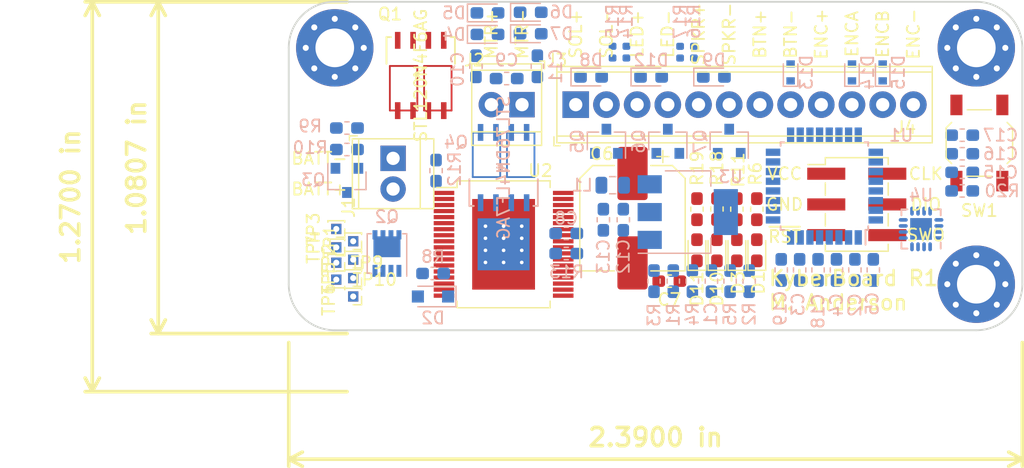
<source format=kicad_pcb>
(kicad_pcb (version 20171130) (host pcbnew 5.0.2+dfsg1-1)
  (layers (0 F.Cu signal hide) (1 In1.Cu power hide) (2 In2.Cu power hide) (31 B.Cu signal) (34 B.Paste user hide) (35 F.Paste user hide) (36 B.SilkS user) (37 F.SilkS user) (38 B.Mask user hide) (39 F.Mask user hide) (44 Edge.Cuts user))
  (net 0 "")
  (net 1 GND)
  (net 2 /micro/ADC_imtr)
  (net 3 +3V3)
  (net 4 /MOT+)
  (net 5 /MOT-)
  (net 6 +12C)
  (net 7 "Net-(D1-Pad2)")
  (net 8 /BATT+)
  (net 9 /SOL-)
  (net 10 /SPKR+)
  (net 11 /SPKR-)
  (net 12 "Net-(D10-Pad2)")
  (net 13 "Net-(D11-Pad2)")
  (net 14 /LED+)
  (net 15 /LED-)
  (net 16 /BTN)
  (net 17 /ENC_A)
  (net 18 /ENC_B)
  (net 19 /micro/SWCLK)
  (net 20 /micro/SWDIO)
  (net 21 +12V)
  (net 22 "Net-(Q1-Pad4)")
  (net 23 "Net-(Q3-Pad1)")
  (net 24 /actuators/SIG_SOL)
  (net 25 /actuators/SIG_LED)
  (net 26 /actuators/PWM_SPKR)
  (net 27 /hbridge/PWM_MTR)
  (net 28 /hbridge/INA)
  (net 29 /hbridge/INB)
  (net 30 /hbridge/imtr)
  (net 31 /micro/LED_HBEAT)
  (net 32 /acc/SDA)
  (net 33 /acc/SCL)
  (net 34 /micro/PWM_MTR_MCU)
  (net 35 /micro/INA_MCU)
  (net 36 /micro/INB_MCU)
  (net 37 "Net-(C8-Pad1)")
  (net 38 "Net-(C17-Pad2)")
  (net 39 "Net-(D2-Pad2)")
  (net 40 "Net-(D3-Pad2)")
  (net 41 "Net-(Q4-Pad2)")
  (net 42 "Net-(Q4-Pad4)")
  (net 43 "Net-(R12-Pad1)")
  (net 44 "Net-(R13-Pad1)")
  (net 45 "Net-(R20-Pad1)")
  (net 46 /hbridge/VCC)
  (net 47 "Net-(J4-Pad6)")
  (net 48 "Net-(U1-Pad2)")
  (net 49 "Net-(U1-Pad3)")
  (net 50 "Net-(U1-Pad6)")
  (net 51 "Net-(U1-Pad7)")
  (net 52 "Net-(U1-Pad8)")
  (net 53 "Net-(U1-Pad13)")
  (net 54 "Net-(U1-Pad14)")
  (net 55 "Net-(U1-Pad15)")
  (net 56 "Net-(U1-Pad20)")
  (net 57 "Net-(U1-Pad21)")
  (net 58 "Net-(U1-Pad22)")
  (net 59 "Net-(U1-Pad25)")
  (net 60 "Net-(U1-Pad26)")
  (net 61 "Net-(U4-Pad9)")
  (net 62 "Net-(U4-Pad11)")
  (net 63 "Net-(Q2-Pad4)")
  (module Package_DFN_QFN:QFN-16-1EP_3x3mm_P0.5mm_EP1.8x1.8mm (layer B.Cu) (at 168.656 82.042 90)
    (fp_text reference U4 (at 2.794 0 180) (layer B.SilkS) (effects (justify mirror)))
    (fp_text value MMA8452Q)
    (pad 1 smd oval (at -1.475 0.75 90) (size 0.75 0.3) (layers B.Cu B.Paste B.Mask) (net 3 +3V3))
    (pad 2 smd oval (at -1.475 0.25 90) (size 0.75 0.3) (layers B.Cu B.Paste B.Mask) (net 38 "Net-(C17-Pad2)"))
    (pad 3 smd oval (at -1.475 -0.25 90) (size 0.75 0.3) (layers B.Cu B.Paste B.Mask))
    (pad 4 smd oval (at -1.475 -0.75 90) (size 0.75 0.3) (layers B.Cu B.Paste B.Mask) (net 33 /acc/SCL))
    (pad 5 smd oval (at -0.75 -1.475) (size 0.75 0.3) (layers B.Cu B.Paste B.Mask) (net 1 GND))
    (pad 6 smd oval (at -0.25 -1.475) (size 0.75 0.3) (layers B.Cu B.Paste B.Mask) (net 32 /acc/SDA))
    (pad 7 smd oval (at 0.25 -1.475) (size 0.75 0.3) (layers B.Cu B.Paste B.Mask) (net 45 "Net-(R20-Pad1)"))
    (pad 8 smd oval (at 0.75 -1.475) (size 0.75 0.3) (layers B.Cu B.Paste B.Mask))
    (pad 9 smd oval (at 1.475 -0.75 90) (size 0.75 0.3) (layers B.Cu B.Paste B.Mask) (net 61 "Net-(U4-Pad9)"))
    (pad 10 smd oval (at 1.475 -0.25 90) (size 0.75 0.3) (layers B.Cu B.Paste B.Mask) (net 1 GND))
    (pad 11 smd oval (at 1.475 0.25 90) (size 0.75 0.3) (layers B.Cu B.Paste B.Mask) (net 62 "Net-(U4-Pad11)"))
    (pad 12 smd oval (at 1.475 0.75 90) (size 0.75 0.3) (layers B.Cu B.Paste B.Mask) (net 1 GND))
    (pad 13 smd oval (at 0.75 1.475) (size 0.75 0.3) (layers B.Cu B.Paste B.Mask))
    (pad 14 smd oval (at 0.25 1.475) (size 0.75 0.3) (layers B.Cu B.Paste B.Mask) (net 3 +3V3))
    (pad 15 smd oval (at -0.25 1.475) (size 0.75 0.3) (layers B.Cu B.Paste B.Mask))
    (pad 16 smd oval (at -0.75 1.475) (size 0.75 0.3) (layers B.Cu B.Paste B.Mask))
    (pad 17 smd rect (at 0 0 90) (size 1.8 1.8) (layers B.Cu B.Mask))
  )
  (module Resistor_SMD:R_0603_1608Metric_Pad1.05x0.95mm_HandSolder (layer B.Cu) (at 128.282 85.724999 180)
    (fp_text reference R8 (at 0.012 1.397 180) (layer B.SilkS) (effects (justify mirror)))
    (fp_text value 1k)
    (pad 1 smd roundrect (at -0.875 0 180) (size 1.05 0.95) (layers B.Cu B.Paste B.Mask) (net 46 /hbridge/VCC))
    (pad 2 smd roundrect (at 0.875 0 180) (size 1.05 0.95) (layers B.Cu B.Paste B.Mask) (net 63 "Net-(Q2-Pad4)"))
  )
  (module Capacitor_SMD:C_0603_1608Metric_Pad1.05x0.95mm_HandSolder (layer B.Cu) (at 151.3078 86.36 270)
    (fp_text reference C1 (at 2.7305 0.0508 90) (layer B.SilkS) (effects (justify mirror)))
    (fp_text value 33n)
    (pad 2 smd roundrect (at 0.875 0 270) (size 1.05 0.95) (layers B.Cu B.Paste B.Mask) (net 1 GND))
    (pad 1 smd roundrect (at -0.875 0 270) (size 1.05 0.95) (layers B.Cu B.Paste B.Mask) (net 2 /micro/ADC_imtr))
  )
  (module Capacitor_SMD:C_0603_1608Metric_Pad1.05x0.95mm_HandSolder (layer B.Cu) (at 163.180948 85.432774 90)
    (fp_text reference C2 (at -2.907 0 90) (layer B.SilkS) (effects (justify mirror)))
    (fp_text value 100n)
    (pad 1 smd roundrect (at -0.875 0 90) (size 1.05 0.95) (layers B.Cu B.Paste B.Mask) (net 3 +3V3))
    (pad 2 smd roundrect (at 0.875 0 90) (size 1.05 0.95) (layers B.Cu B.Paste B.Mask) (net 1 GND))
  )
  (module Capacitor_SMD:C_0603_1608Metric_Pad1.05x0.95mm_HandSolder (layer B.Cu) (at 158.608947 85.432774 90)
    (fp_text reference C3 (at -2.853058 -0.13552 -90) (layer B.SilkS) (effects (justify mirror)))
    (fp_text value 10u)
    (pad 1 smd roundrect (at -0.874999 0 90) (size 1.05 0.95) (layers B.Cu B.Paste B.Mask) (net 3 +3V3))
    (pad 2 smd roundrect (at 0.874999 0 90) (size 1.05 0.95) (layers B.Cu B.Paste B.Mask) (net 1 GND))
  )
  (module Capacitor_SMD:C_0603_1608Metric_Pad1.05x0.95mm_HandSolder (layer B.Cu) (at 161.656947 85.432774 90)
    (fp_text reference C4 (at -2.906999 -0.006541 -90) (layer B.SilkS) (effects (justify mirror)))
    (fp_text value 100n)
    (pad 1 smd roundrect (at -0.874999 0 90) (size 1.05 0.95) (layers B.Cu B.Paste B.Mask) (net 3 +3V3))
    (pad 2 smd roundrect (at 0.874999 0 90) (size 1.05 0.95) (layers B.Cu B.Paste B.Mask) (net 1 GND))
  )
  (module Capacitor_SMD:C_0603_1608Metric_Pad1.05x0.95mm_HandSolder (layer B.Cu) (at 164.704947 85.432774 90)
    (fp_text reference C5 (at -2.804121 -0.089803 90) (layer B.SilkS) (effects (justify mirror)))
    (fp_text value 100n)
    (pad 2 smd roundrect (at 0.874999 0 90) (size 1.05 0.95) (layers B.Cu B.Paste B.Mask) (net 1 GND))
    (pad 1 smd roundrect (at -0.874999 0 90) (size 1.05 0.95) (layers B.Cu B.Paste B.Mask) (net 3 +3V3))
  )
  (module Capacitor_SMD:C_0603_1608Metric_Pad1.05x0.95mm_HandSolder (layer F.Cu) (at 147.828 86.36 180)
    (fp_text reference C7 (at 0 -1.524 180) (layer F.SilkS))
    (fp_text value 100n)
    (pad 2 smd roundrect (at 0.875 0 180) (size 1.05 0.95) (layers F.Cu F.Paste F.Mask) (net 1 GND))
    (pad 1 smd roundrect (at -0.875 0 180) (size 1.05 0.95) (layers F.Cu F.Paste F.Mask) (net 46 /hbridge/VCC))
  )
  (module Capacitor_SMD:C_0603_1608Metric_Pad1.05x0.95mm_HandSolder (layer B.Cu) (at 139.2985 82.411 180)
    (fp_text reference C8 (at 0.0049 1.258 180) (layer B.SilkS) (effects (justify mirror)))
    (fp_text value 100n)
    (pad 1 smd roundrect (at -0.875 0 180) (size 1.05 0.95) (layers B.Cu B.Paste B.Mask) (net 37 "Net-(C8-Pad1)"))
    (pad 2 smd roundrect (at 0.875 0 180) (size 1.05 0.95) (layers B.Cu B.Paste B.Mask) (net 1 GND))
  )
  (module Capacitor_SMD:C_0603_1608Metric_Pad1.05x0.95mm_HandSolder (layer B.Cu) (at 134.366 69.596 180)
    (fp_text reference C9 (at 0 1.524 180) (layer B.SilkS) (effects (justify mirror)))
    (fp_text value 10n)
    (pad 1 smd roundrect (at -0.875 0 180) (size 1.05 0.95) (layers B.Cu B.Paste B.Mask) (net 5 /MOT-))
    (pad 2 smd roundrect (at 0.875 0 180) (size 1.05 0.95) (layers B.Cu B.Paste B.Mask) (net 4 /MOT+))
  )
  (module Capacitor_SMD:C_0603_1608Metric_Pad1.05x0.95mm_HandSolder (layer B.Cu) (at 136.906 68.58 90)
    (fp_text reference C11 (at 0 1.524 90) (layer B.SilkS) (effects (justify mirror)))
    (fp_text value 10n)
    (pad 2 smd roundrect (at 0.875 0 90) (size 1.05 0.95) (layers B.Cu B.Paste B.Mask) (net 1 GND))
    (pad 1 smd roundrect (at -0.875 0 90) (size 1.05 0.95) (layers B.Cu B.Paste B.Mask) (net 5 /MOT-))
  )
  (module Capacitor_SMD:C_0603_1608Metric_Pad1.05x0.95mm_HandSolder (layer B.Cu) (at 144.018 81.28 90)
    (fp_text reference C12 (at -3.048 0 90) (layer B.SilkS) (effects (justify mirror)))
    (fp_text value 10u)
    (pad 1 smd roundrect (at -0.875 0 90) (size 1.05 0.95) (layers B.Cu B.Paste B.Mask) (net 1 GND))
    (pad 2 smd roundrect (at 0.875 0 90) (size 1.05 0.95) (layers B.Cu B.Paste B.Mask) (net 6 +12C))
  )
  (module Capacitor_SMD:C_0603_1608Metric_Pad1.05x0.95mm_HandSolder (layer B.Cu) (at 142.367 81.28 270)
    (fp_text reference C13 (at 3.048 0 270) (layer B.SilkS) (effects (justify mirror)))
    (fp_text value 22u)
    (pad 2 smd roundrect (at 0.875 0 270) (size 1.05 0.95) (layers B.Cu B.Paste B.Mask) (net 1 GND))
    (pad 1 smd roundrect (at -0.875 0 270) (size 1.05 0.95) (layers B.Cu B.Paste B.Mask) (net 3 +3V3))
  )
  (module Capacitor_SMD:C_0603_1608Metric_Pad1.05x0.95mm_HandSolder (layer B.Cu) (at 172.062745 77.356352)
    (fp_text reference C15 (at 3.173 0) (layer B.SilkS) (effects (justify mirror)))
    (fp_text value 100n)
    (pad 2 smd roundrect (at 0.875 0) (size 1.05 0.95) (layers B.Cu B.Paste B.Mask) (net 3 +3V3))
    (pad 1 smd roundrect (at -0.875 0) (size 1.05 0.95) (layers B.Cu B.Paste B.Mask) (net 1 GND))
  )
  (module Capacitor_SMD:C_0603_1608Metric_Pad1.05x0.95mm_HandSolder (layer B.Cu) (at 172.062746 75.819)
    (fp_text reference C16 (at 3.175 0 -180) (layer B.SilkS) (effects (justify mirror)))
    (fp_text value 4u7)
    (pad 2 smd roundrect (at 0.874999 0) (size 1.05 0.95) (layers B.Cu B.Paste B.Mask) (net 3 +3V3))
    (pad 1 smd roundrect (at -0.874999 0) (size 1.05 0.95) (layers B.Cu B.Paste B.Mask) (net 1 GND))
  )
  (module Capacitor_SMD:C_0603_1608Metric_Pad1.05x0.95mm_HandSolder (layer B.Cu) (at 172.0596 74.2823)
    (fp_text reference C17 (at 3.173 0) (layer B.SilkS) (effects (justify mirror)))
    (fp_text value 100n)
    (pad 1 smd roundrect (at -0.875 0) (size 1.05 0.95) (layers B.Cu B.Paste B.Mask) (net 1 GND))
    (pad 2 smd roundrect (at 0.875 0) (size 1.05 0.95) (layers B.Cu B.Paste B.Mask) (net 38 "Net-(C17-Pad2)"))
  )
  (module Capacitor_SMD:C_0805_2012Metric (layer B.Cu) (at 143.144 78.4225 180)
    (fp_text reference L1 (at 2.54 0 180) (layer B.SilkS) (effects (justify mirror)))
    (fp_text value CIGT201210UHR47MNE)
    (pad 1 smd roundrect (at -0.9375 0 180) (size 0.975 1.4) (layers B.Cu B.Paste B.Mask) (net 6 +12C))
    (pad 2 smd roundrect (at 0.9375 0 180) (size 0.975 1.4) (layers B.Cu B.Paste B.Mask) (net 21 +12V))
  )
  (module Package_TO_SOT_SMD:SOT-23 (layer B.Cu) (at 121.148921 78.023699 270)
    (fp_text reference Q3 (at -0.045699 2.784921) (layer B.SilkS) (effects (justify mirror)))
    (fp_text value SSM3K337R)
    (pad 1 smd rect (at -1 0.95 270) (size 0.9 0.8) (layers B.Cu B.Paste B.Mask) (net 23 "Net-(Q3-Pad1)"))
    (pad 2 smd rect (at -1 -0.95 270) (size 0.9 0.8) (layers B.Cu B.Paste B.Mask) (net 1 GND))
    (pad 3 smd rect (at 1 0 270) (size 0.9 0.8) (layers B.Cu B.Paste B.Mask) (net 63 "Net-(Q2-Pad4)"))
  )
  (module Package_TO_SOT_SMD:SOT-23 (layer B.Cu) (at 142.621 74.787 90)
    (fp_text reference Q5 (at -0.016 -2.413 90) (layer B.SilkS) (effects (justify mirror)))
    (fp_text value SSM3K337R)
    (pad 1 smd rect (at -1 0.95 90) (size 0.9 0.8) (layers B.Cu B.Paste B.Mask) (net 24 /actuators/SIG_SOL))
    (pad 2 smd rect (at -1 -0.95 90) (size 0.9 0.8) (layers B.Cu B.Paste B.Mask) (net 1 GND))
    (pad 3 smd rect (at 1 0 90) (size 0.9 0.8) (layers B.Cu B.Paste B.Mask) (net 9 /SOL-))
  )
  (module Package_TO_SOT_SMD:SOT-23 (layer B.Cu) (at 147.701 74.787 90)
    (fp_text reference Q6 (at -0.016 -2.413 90) (layer B.SilkS) (effects (justify mirror)))
    (fp_text value SSM3K337R)
    (pad 3 smd rect (at 1 0 90) (size 0.9 0.8) (layers B.Cu B.Paste B.Mask) (net 15 /LED-))
    (pad 2 smd rect (at -1 -0.95 90) (size 0.9 0.8) (layers B.Cu B.Paste B.Mask) (net 1 GND))
    (pad 1 smd rect (at -1 0.95 90) (size 0.9 0.8) (layers B.Cu B.Paste B.Mask) (net 25 /actuators/SIG_LED))
  )
  (module Package_TO_SOT_SMD:SOT-23 (layer B.Cu) (at 152.781 74.787 90)
    (fp_text reference Q7 (at -0.016 -2.413 270) (layer B.SilkS) (effects (justify mirror)))
    (fp_text value SSM3K337R)
    (pad 3 smd rect (at 1 0 90) (size 0.9 0.8) (layers B.Cu B.Paste B.Mask) (net 11 /SPKR-))
    (pad 2 smd rect (at -1 -0.95 90) (size 0.9 0.8) (layers B.Cu B.Paste B.Mask) (net 1 GND))
    (pad 1 smd rect (at -1 0.95 90) (size 0.9 0.8) (layers B.Cu B.Paste B.Mask) (net 26 /actuators/PWM_SPKR))
  )
  (module Resistor_SMD:R_0603_1608Metric_Pad1.05x0.95mm_HandSolder (layer B.Cu) (at 148.154344 86.36 270)
    (fp_text reference R1 (at 2.794 0 270) (layer B.SilkS) (effects (justify mirror)))
    (fp_text value 1k)
    (pad 2 smd roundrect (at 0.875 0 270) (size 1.05 0.95) (layers B.Cu B.Paste B.Mask) (net 27 /hbridge/PWM_MTR))
    (pad 1 smd roundrect (at -0.875 0 270) (size 1.05 0.95) (layers B.Cu B.Paste B.Mask) (net 34 /micro/PWM_MTR_MCU))
  )
  (module Resistor_SMD:R_0603_1608Metric_Pad1.05x0.95mm_HandSolder (layer B.Cu) (at 154.432 86.36 270)
    (fp_text reference R2 (at 2.7305 0 270) (layer B.SilkS) (effects (justify mirror)))
    (fp_text value 1k)
    (pad 1 smd roundrect (at -0.875 0 270) (size 1.05 0.95) (layers B.Cu B.Paste B.Mask) (net 35 /micro/INA_MCU))
    (pad 2 smd roundrect (at 0.875 0 270) (size 1.05 0.95) (layers B.Cu B.Paste B.Mask) (net 28 /hbridge/INA))
  )
  (module Resistor_SMD:R_0603_1608Metric_Pad1.05x0.95mm_HandSolder (layer B.Cu) (at 146.558 86.36 270)
    (fp_text reference R3 (at 2.794 0 270) (layer B.SilkS) (effects (justify mirror)))
    (fp_text value 1k)
    (pad 1 smd roundrect (at -0.875 0 270) (size 1.05 0.95) (layers B.Cu B.Paste B.Mask) (net 36 /micro/INB_MCU))
    (pad 2 smd roundrect (at 0.875 0 270) (size 1.05 0.95) (layers B.Cu B.Paste B.Mask) (net 29 /hbridge/INB))
  )
  (module Resistor_SMD:R_0603_1608Metric_Pad1.05x0.95mm_HandSolder (layer B.Cu) (at 149.733 86.36 270)
    (fp_text reference R4 (at 2.7305 0 270) (layer B.SilkS) (effects (justify mirror)))
    (fp_text value 10k)
    (pad 2 smd roundrect (at 0.875 0 270) (size 1.05 0.95) (layers B.Cu B.Paste B.Mask) (net 30 /hbridge/imtr))
    (pad 1 smd roundrect (at -0.875 0 270) (size 1.05 0.95) (layers B.Cu B.Paste B.Mask) (net 2 /micro/ADC_imtr))
  )
  (module Resistor_SMD:R_0603_1608Metric_Pad1.05x0.95mm_HandSolder (layer B.Cu) (at 152.853344 86.36 90)
    (fp_text reference R5 (at -2.7305 -0.008844 90) (layer B.SilkS) (effects (justify mirror)))
    (fp_text value 1k5)
    (pad 1 smd roundrect (at -0.875 0 90) (size 1.05 0.95) (layers B.Cu B.Paste B.Mask) (net 30 /hbridge/imtr))
    (pad 2 smd roundrect (at 0.875 0 90) (size 1.05 0.95) (layers B.Cu B.Paste B.Mask) (net 1 GND))
  )
  (module Resistor_SMD:R_0603_1608Metric_Pad1.05x0.95mm_HandSolder (layer B.Cu) (at 121.148921 75.467554 180)
    (fp_text reference R10 (at 3.038921 0.156554 180) (layer B.SilkS) (effects (justify mirror)))
    (fp_text value 1k)
    (pad 1 smd roundrect (at -0.875 0 180) (size 1.05 0.95) (layers B.Cu B.Paste B.Mask) (net 1 GND))
    (pad 2 smd roundrect (at 0.875 0 180) (size 1.05 0.95) (layers B.Cu B.Paste B.Mask) (net 23 "Net-(Q3-Pad1)"))
  )
  (module Resistor_SMD:R_0603_1608Metric_Pad1.05x0.95mm_HandSolder (layer F.Cu) (at 153.416 80.405 270)
    (fp_text reference R11 (at -3.2512 -0.1016 270) (layer F.SilkS))
    (fp_text value 1K)
    (pad 1 smd roundrect (at -0.875 0 270) (size 1.05 0.95) (layers F.Cu F.Paste F.Mask) (net 63 "Net-(Q2-Pad4)"))
    (pad 2 smd roundrect (at 0.875 0 270) (size 1.05 0.95) (layers F.Cu F.Paste F.Mask) (net 40 "Net-(D3-Pad2)"))
  )
  (module Resistor_SMD:R_0603_1608Metric_Pad1.05x0.95mm_HandSolder (layer B.Cu) (at 128.524 77.216 90)
    (fp_text reference R12 (at 0.127 1.524 90) (layer B.SilkS) (effects (justify mirror)))
    (fp_text value 10k)
    (pad 2 smd roundrect (at 0.875 0 90) (size 1.05 0.95) (layers B.Cu B.Paste B.Mask) (net 1 GND))
    (pad 1 smd roundrect (at -0.875 0 90) (size 1.05 0.95) (layers B.Cu B.Paste B.Mask) (net 43 "Net-(R12-Pad1)"))
  )
  (module Resistor_SMD:R_0603_1608Metric_Pad1.05x0.95mm_HandSolder (layer B.Cu) (at 139.2985 84.074 180)
    (fp_text reference R13 (at -0.0205 -1.524) (layer B.SilkS) (effects (justify mirror)))
    (fp_text value 10k)
    (pad 2 smd roundrect (at 0.875 0 180) (size 1.05 0.95) (layers B.Cu B.Paste B.Mask) (net 1 GND))
    (pad 1 smd roundrect (at -0.875 0 180) (size 1.05 0.95) (layers B.Cu B.Paste B.Mask) (net 44 "Net-(R13-Pad1)"))
  )
  (module Package_SO:ST_PowerSSO-36_SlugDown_ThermalVias (layer F.Cu) (at 134.112 83.312)
    (fp_text reference U2 (at 3.048 -6.096) (layer F.SilkS))
    (fp_text value VNHD7008AY)
    (pad 37 smd rect (at 0 0) (size 4.3 4.3) (layers B.Cu) (net 46 /hbridge/VCC))
    (pad 37 thru_hole circle (at 1.5 1.5) (size 0.6 0.6) (drill 0.3) (layers *.Cu) (net 46 /hbridge/VCC))
    (pad 37 thru_hole circle (at 0 1.5) (size 0.6 0.6) (drill 0.3) (layers *.Cu) (net 46 /hbridge/VCC))
    (pad 37 thru_hole circle (at -1.5 1.5) (size 0.6 0.6) (drill 0.3) (layers *.Cu) (net 46 /hbridge/VCC))
    (pad 37 thru_hole circle (at 1.5 0.5) (size 0.6 0.6) (drill 0.3) (layers *.Cu) (net 46 /hbridge/VCC))
    (pad 37 thru_hole circle (at 0 0.5) (size 0.6 0.6) (drill 0.3) (layers *.Cu) (net 46 /hbridge/VCC))
    (pad 37 thru_hole circle (at -1.5 0.5) (size 0.6 0.6) (drill 0.3) (layers *.Cu) (net 46 /hbridge/VCC))
    (pad 37 thru_hole circle (at 1.5 -0.5) (size 0.6 0.6) (drill 0.3) (layers *.Cu) (net 46 /hbridge/VCC))
    (pad 37 thru_hole circle (at 0 -0.5) (size 0.6 0.6) (drill 0.3) (layers *.Cu) (net 46 /hbridge/VCC))
    (pad 37 thru_hole circle (at -1.5 -0.5) (size 0.6 0.6) (drill 0.3) (layers *.Cu) (net 46 /hbridge/VCC))
    (pad 37 thru_hole circle (at 1.5 -1.5) (size 0.6 0.6) (drill 0.3) (layers *.Cu) (net 46 /hbridge/VCC))
    (pad 37 thru_hole circle (at 0 -1.5) (size 0.6 0.6) (drill 0.3) (layers *.Cu) (net 46 /hbridge/VCC))
    (pad 37 thru_hole circle (at -1.5 -1.5) (size 0.6 0.6) (drill 0.3) (layers *.Cu) (net 46 /hbridge/VCC))
    (pad 37 smd rect (at 0 0) (size 5.2 7.5) (layers F.Cu F.Paste F.Mask) (net 46 /hbridge/VCC))
    (pad 36 smd rect (at 4.9325 -4.25) (size 1.7 0.35) (layers F.Cu F.Paste F.Mask) (net 5 /MOT-))
    (pad 35 smd rect (at 4.9325 -3.75) (size 1.7 0.35) (layers F.Cu F.Paste F.Mask) (net 5 /MOT-))
    (pad 34 smd rect (at 4.9325 -3.25) (size 1.7 0.35) (layers F.Cu F.Paste F.Mask) (net 5 /MOT-))
    (pad 33 smd rect (at 4.9325 -2.75) (size 1.7 0.35) (layers F.Cu F.Paste F.Mask) (net 5 /MOT-))
    (pad 32 smd rect (at 4.9325 -2.25) (size 1.7 0.35) (layers F.Cu F.Paste F.Mask) (net 5 /MOT-))
    (pad 31 smd rect (at 4.9325 -1.75) (size 1.7 0.35) (layers F.Cu F.Paste F.Mask) (net 5 /MOT-))
    (pad 30 smd rect (at 4.9325 -1.25) (size 1.7 0.35) (layers F.Cu F.Paste F.Mask) (net 5 /MOT-))
    (pad 29 smd rect (at 4.9325 -0.75) (size 1.7 0.35) (layers F.Cu F.Paste F.Mask) (net 5 /MOT-))
    (pad 28 smd rect (at 4.9325 -0.25) (size 1.7 0.35) (layers F.Cu F.Paste F.Mask) (net 5 /MOT-))
    (pad 27 smd rect (at 4.9325 0.25) (size 1.7 0.35) (layers F.Cu F.Paste F.Mask) (net 5 /MOT-))
    (pad 26 smd rect (at 4.9325 0.75) (size 1.7 0.35) (layers F.Cu F.Paste F.Mask) (net 1 GND))
    (pad 25 smd rect (at 4.9325 1.25) (size 1.7 0.35) (layers F.Cu F.Paste F.Mask) (net 37 "Net-(C8-Pad1)"))
    (pad 24 smd rect (at 4.9325 1.75) (size 1.7 0.35) (layers F.Cu F.Paste F.Mask) (net 42 "Net-(Q4-Pad4)"))
    (pad 23 smd rect (at 4.9325 2.25) (size 1.7 0.35) (layers F.Cu F.Paste F.Mask) (net 1 GND))
    (pad 22 smd rect (at 4.9325 2.75) (size 1.7 0.35) (layers F.Cu F.Paste F.Mask) (net 44 "Net-(R13-Pad1)"))
    (pad 21 smd rect (at 4.9325 3.25) (size 1.7 0.35) (layers F.Cu F.Paste F.Mask) (net 29 /hbridge/INB))
    (pad 20 smd rect (at 4.9325 3.75) (size 1.7 0.35) (layers F.Cu F.Paste F.Mask) (net 27 /hbridge/PWM_MTR))
    (pad 19 smd rect (at 4.9325 4.25) (size 1.7 0.35) (layers F.Cu F.Paste F.Mask) (net 30 /hbridge/imtr))
    (pad 18 smd rect (at -4.9325 4.25) (size 1.7 0.35) (layers F.Cu F.Paste F.Mask) (net 8 /BATT+))
    (pad 17 smd rect (at -4.9325 3.75) (size 1.7 0.35) (layers F.Cu F.Paste F.Mask) (net 22 "Net-(Q1-Pad4)"))
    (pad 16 smd rect (at -4.9325 3.25) (size 1.7 0.35) (layers F.Cu F.Paste F.Mask) (net 28 /hbridge/INA))
    (pad 15 smd rect (at -4.9325 2.75) (size 1.7 0.35) (layers F.Cu F.Paste F.Mask) (net 43 "Net-(R12-Pad1)"))
    (pad 14 smd rect (at -4.9325 2.25) (size 1.7 0.35) (layers F.Cu F.Paste F.Mask) (net 1 GND))
    (pad 13 smd rect (at -4.9325 1.75) (size 1.7 0.35) (layers F.Cu F.Paste F.Mask) (net 41 "Net-(Q4-Pad2)"))
    (pad 12 smd rect (at -4.9325 1.25) (size 1.7 0.35) (layers F.Cu F.Paste F.Mask) (net 3 +3V3))
    (pad 11 smd rect (at -4.9325 0.75) (size 1.7 0.35) (layers F.Cu F.Paste F.Mask) (net 28 /hbridge/INA))
    (pad 10 smd rect (at -4.9325 0.25) (size 1.7 0.35) (layers F.Cu F.Paste F.Mask) (net 4 /MOT+))
    (pad 9 smd rect (at -4.9325 -0.25) (size 1.7 0.35) (layers F.Cu F.Paste F.Mask) (net 4 /MOT+))
    (pad 8 smd rect (at -4.9325 -0.75) (size 1.7 0.35) (layers F.Cu F.Paste F.Mask) (net 4 /MOT+))
    (pad 7 smd rect (at -4.9325 -1.25) (size 1.7 0.35) (layers F.Cu F.Paste F.Mask) (net 4 /MOT+))
    (pad 6 smd rect (at -4.9325 -1.75) (size 1.7 0.35) (layers F.Cu F.Paste F.Mask) (net 4 /MOT+))
    (pad 5 smd rect (at -4.9325 -2.25) (size 1.7 0.35) (layers F.Cu F.Paste F.Mask) (net 4 /MOT+))
    (pad 4 smd rect (at -4.9325 -2.75) (size 1.7 0.35) (layers F.Cu F.Paste F.Mask) (net 4 /MOT+))
    (pad 3 smd rect (at -4.9325 -3.25) (size 1.7 0.35) (layers F.Cu F.Paste F.Mask) (net 4 /MOT+))
    (pad 2 smd rect (at -4.9325 -3.75) (size 1.7 0.35) (layers F.Cu F.Paste F.Mask) (net 4 /MOT+))
    (pad 1 smd rect (at -4.9325 -4.25) (size 1.7 0.35) (layers F.Cu F.Paste F.Mask) (net 4 /MOT+))
  )
  (module Package_TO_SOT_SMD:SOT-223-3_TabPin2 (layer B.Cu) (at 149.352 80.645)
    (fp_text reference U3 (at 3.556 -2.921) (layer B.SilkS) (effects (justify mirror)))
    (fp_text value AZ1117IH-3.3TRG1)
    (pad 2 smd rect (at 3.15 0) (size 2 3.8) (layers B.Cu B.Paste B.Mask) (net 3 +3V3))
    (pad 2 smd rect (at -3.15 0) (size 2 1.5) (layers B.Cu B.Paste B.Mask) (net 3 +3V3))
    (pad 3 smd rect (at -3.15 -2.3) (size 2 1.5) (layers B.Cu B.Paste B.Mask) (net 6 +12C))
    (pad 1 smd rect (at -3.15 2.3) (size 2 1.5) (layers B.Cu B.Paste B.Mask) (net 1 GND))
  )
  (module Resistor_SMD:R_0603_1608Metric_Pad1.05x0.95mm_HandSolder (layer F.Cu) (at 155.067 80.405 90)
    (fp_text reference R6 (at 2.935 -0.127 270) (layer F.SilkS))
    (fp_text value 1k)
    (pad 1 smd roundrect (at -0.875 0 90) (size 1.05 0.95) (layers F.Cu F.Paste F.Mask) (net 7 "Net-(D1-Pad2)"))
    (pad 2 smd roundrect (at 0.875 0 90) (size 1.05 0.95) (layers F.Cu F.Paste F.Mask) (net 31 /micro/LED_HBEAT))
  )
  (module Capacitor_SMD:C_0603_1608Metric_Pad1.05x0.95mm_HandSolder (layer B.Cu) (at 131.826 68.58 90)
    (fp_text reference C10 (at -0.254 -1.524 90) (layer B.SilkS) (effects (justify mirror)))
    (fp_text value 10n)
    (pad 1 smd roundrect (at -0.875 0 90) (size 1.05 0.95) (layers B.Cu B.Paste B.Mask) (net 4 /MOT+))
    (pad 2 smd roundrect (at 0.875 0 90) (size 1.05 0.95) (layers B.Cu B.Paste B.Mask) (net 1 GND))
  )
  (module Diode_SMD:D_SOD-323_HandSoldering (layer B.Cu) (at 128.27 87.63 180)
    (fp_text reference D2 (at 0 -1.778 180) (layer B.SilkS) (effects (justify mirror)))
    (fp_text value BZT52C8V2S-7-F)
    (pad 1 smd rect (at -1.25 0 180) (size 1 1) (layers B.Cu B.Paste B.Mask) (net 46 /hbridge/VCC))
    (pad 2 smd rect (at 1.25 0 180) (size 1 1) (layers B.Cu B.Paste B.Mask) (net 39 "Net-(D2-Pad2)"))
  )
  (module STL120N4F6AG:STL120N4F6AG (layer F.Cu) (at 127.254 69.342 270)
    (fp_text reference Q1 (at -5.08 2.54) (layer F.SilkS))
    (fp_text value STL120N4F6AG (at 0 0 270) (layer F.SilkS))
    (fp_text user * (at 0 0 270) (layer F.SilkS))
    (fp_line (start 2.8956 -2.5527) (end -0.7874 -2.5527) (layer F.Cu) (width 0.1524))
    (fp_line (start -0.7874 -2.5527) (end -0.7874 -0.2794) (layer F.Cu) (width 0.1524))
    (fp_line (start -0.7874 -0.2794) (end 2.8956 -0.2794) (layer F.Cu) (width 0.1524))
    (fp_line (start 2.8956 -0.2794) (end 2.8956 -2.5527) (layer F.Cu) (width 0.1524))
    (fp_line (start 2.8956 2.5527) (end -0.7874 2.5527) (layer F.Cu) (width 0.1524))
    (fp_line (start -0.7874 2.5527) (end -0.7874 0.2794) (layer F.Cu) (width 0.1524))
    (fp_line (start -0.7874 0.2794) (end 2.8956 0.2794) (layer F.Cu) (width 0.1524))
    (fp_line (start 2.8956 0.2794) (end 2.8956 2.5527) (layer F.Cu) (width 0.1524))
    (pad 1 smd rect (at -2.9083 -1.905 270) (size 1.397 0.4572) (layers F.Cu F.Paste F.Mask) (net 46 /hbridge/VCC))
    (pad 2 smd rect (at -2.9083 -0.635 270) (size 1.397 0.4572) (layers F.Cu F.Paste F.Mask) (net 46 /hbridge/VCC))
    (pad 3 smd rect (at -2.9083 0.635 270) (size 1.397 0.4572) (layers F.Cu F.Paste F.Mask) (net 46 /hbridge/VCC))
    (pad 4 smd rect (at -2.9083 1.905 270) (size 1.397 0.4572) (layers F.Cu F.Paste F.Mask) (net 22 "Net-(Q1-Pad4)"))
    (pad 5 smd rect (at 2.9083 1.905 270) (size 1.397 0.4572) (layers F.Cu F.Paste F.Mask) (net 8 /BATT+))
    (pad 6 smd rect (at 2.9083 0.635 270) (size 1.397 0.4572) (layers F.Cu F.Paste F.Mask) (net 8 /BATT+))
    (pad 7 smd rect (at 2.9083 -0.635 270) (size 1.397 0.4572) (layers F.Cu F.Paste F.Mask) (net 8 /BATT+))
    (pad 8 smd rect (at 2.9083 -1.905 270) (size 1.397 0.4572) (layers F.Cu F.Paste F.Mask) (net 8 /BATT+))
  )
  (module Package_SO:Vishay_PowerPAK_1212-8_Single (layer B.Cu) (at 124.46 84.074 90)
    (fp_text reference Q2 (at 3.048 0) (layer B.SilkS) (effects (justify mirror)))
    (fp_text value SIS413DN-T1-GE3)
    (pad 1 smd rect (at -1.435 0.99 90) (size 0.99 0.405) (layers B.Cu B.Paste B.Mask) (net 46 /hbridge/VCC))
    (pad 2 smd rect (at -1.435 0.33 90) (size 0.99 0.405) (layers B.Cu B.Paste B.Mask) (net 46 /hbridge/VCC))
    (pad 3 smd rect (at -1.435 -0.33 90) (size 0.99 0.405) (layers B.Cu B.Paste B.Mask) (net 46 /hbridge/VCC))
    (pad 4 smd rect (at -1.435 -0.99 90) (size 0.99 0.405) (layers B.Cu B.Paste B.Mask) (net 63 "Net-(Q2-Pad4)"))
    (pad 5 smd custom (at 0.5575 0 90) (size 1.725 2.235) (layers B.Cu B.Paste B.Mask) (net 21 +12V) (options (clearance outline) (anchor rect)) (primitives (gr_poly (pts (xy 0.8625 -0.1275) (xy 0.8625 0.1275) (xy 1.3725 0.1275) (xy 1.3725 0.5325) (xy 0.8625 0.5325) (xy 0.8625 0.7875) (xy 1.3725 0.7875) (xy 1.3725 1.195) (xy 0.6125 1.195) (xy 0.6125 -1.195) (xy 1.3725 -1.195) (xy 1.3725 -0.7875) (xy 0.8625 -0.7875) (xy 0.8625 -0.5325) (xy 1.3725 -0.5325) (xy 1.3725 -0.1275)) (width 0))))
  )
  (module STL76DN4LF7AG:STL76DN4LF7AG (layer B.Cu) (at 134.112 76.962 90)
    (fp_text reference Q4 (at 2.0955 -3.937) (layer B.SilkS) (effects (justify mirror)))
    (fp_text value STL76DN4LF7AG (at 0 0 90) (layer B.SilkS) (effects (justify mirror)))
    (fp_line (start 2.8956 -0.2794) (end 2.8956 -2.5527) (layer B.Cu) (width 0.1524))
    (fp_line (start -0.7874 -0.2794) (end 2.8956 -0.2794) (layer B.Cu) (width 0.1524))
    (fp_line (start -0.7874 -2.5527) (end -0.7874 -0.2794) (layer B.Cu) (width 0.1524))
    (fp_line (start 2.8956 -2.5527) (end -0.7874 -2.5527) (layer B.Cu) (width 0.1524))
    (fp_line (start 2.8956 0.2794) (end 2.8956 2.5527) (layer B.Cu) (width 0.1524))
    (fp_line (start -0.7874 0.2794) (end 2.8956 0.2794) (layer B.Cu) (width 0.1524))
    (fp_line (start -0.7874 2.5527) (end -0.7874 0.2794) (layer B.Cu) (width 0.1524))
    (fp_line (start 2.8956 2.5527) (end -0.7874 2.5527) (layer B.Cu) (width 0.1524))
    (fp_text user * (at 0 0 90) (layer B.SilkS) (effects (justify mirror)))
    (pad 8 smd rect (at 2.9083 1.905 90) (size 1.397 0.4572) (layers B.Cu B.Paste B.Mask) (net 4 /MOT+))
    (pad 7 smd rect (at 2.9083 0.635 90) (size 1.397 0.4572) (layers B.Cu B.Paste B.Mask) (net 4 /MOT+))
    (pad 6 smd rect (at 2.9083 -0.635 90) (size 1.397 0.4572) (layers B.Cu B.Paste B.Mask) (net 5 /MOT-))
    (pad 5 smd rect (at 2.9083 -1.905 90) (size 1.397 0.4572) (layers B.Cu B.Paste B.Mask) (net 5 /MOT-))
    (pad 4 smd rect (at -2.9083 -1.905 90) (size 1.397 0.4572) (layers B.Cu B.Paste B.Mask) (net 42 "Net-(Q4-Pad4)"))
    (pad 3 smd rect (at -2.9083 -0.635 90) (size 1.397 0.4572) (layers B.Cu B.Paste B.Mask) (net 1 GND))
    (pad 2 smd rect (at -2.9083 0.635 90) (size 1.397 0.4572) (layers B.Cu B.Paste B.Mask) (net 41 "Net-(Q4-Pad2)"))
    (pad 1 smd rect (at -2.9083 1.905 90) (size 1.397 0.4572) (layers B.Cu B.Paste B.Mask) (net 1 GND))
  )
  (module Resistor_SMD:R_0402_1005Metric (layer B.Cu) (at 149.859999 67.414 90)
    (fp_text reference R16 (at 2.54 0 90) (layer B.SilkS) (effects (justify mirror)))
    (fp_text value 0)
    (pad 2 smd roundrect (at 0.485 0 90) (size 0.59 0.64) (layers B.Cu B.Paste B.Mask) (net 21 +12V))
    (pad 1 smd roundrect (at -0.485 0 90) (size 0.59 0.64) (layers B.Cu B.Paste B.Mask) (net 10 /SPKR+))
  )
  (module Resistor_SMD:R_0402_1005Metric (layer B.Cu) (at 148.717 67.414 270)
    (fp_text reference R17 (at -2.54 0 270) (layer B.SilkS) (effects (justify mirror)))
    (fp_text value 0)
    (pad 1 smd roundrect (at -0.485 0 270) (size 0.59 0.64) (layers B.Cu B.Paste B.Mask) (net 3 +3V3))
    (pad 2 smd roundrect (at 0.485 0 270) (size 0.59 0.64) (layers B.Cu B.Paste B.Mask) (net 10 /SPKR+))
  )
  (module Resistor_SMD:R_0603_1608Metric_Pad1.05x0.95mm_HandSolder (layer F.Cu) (at 151.765 80.391 270)
    (fp_text reference R18 (at -3.3782 0 270) (layer F.SilkS))
    (fp_text value 10k)
    (pad 1 smd roundrect (at -0.875 0 270) (size 1.05 0.95) (layers F.Cu F.Paste F.Mask) (net 21 +12V))
    (pad 2 smd roundrect (at 0.875 0 270) (size 1.05 0.95) (layers F.Cu F.Paste F.Mask) (net 12 "Net-(D10-Pad2)"))
  )
  (module Resistor_SMD:R_0603_1608Metric_Pad1.05x0.95mm_HandSolder (layer F.Cu) (at 150.114 80.405 270)
    (fp_text reference R19 (at -3.3782 0 270) (layer F.SilkS))
    (fp_text value 1k)
    (pad 2 smd roundrect (at 0.875 0 270) (size 1.05 0.95) (layers F.Cu F.Paste F.Mask) (net 13 "Net-(D11-Pad2)"))
    (pad 1 smd roundrect (at -0.875 0 270) (size 1.05 0.95) (layers F.Cu F.Paste F.Mask) (net 3 +3V3))
  )
  (module Resistor_SMD:R_0603_1608Metric_Pad1.05x0.95mm_HandSolder (layer B.Cu) (at 172.0596 78.8924 180)
    (fp_text reference R20 (at -3.302 0 180) (layer B.SilkS) (effects (justify mirror)))
    (fp_text value 1k)
    (pad 1 smd roundrect (at -0.874999 0 180) (size 1.05 0.95) (layers B.Cu B.Paste B.Mask) (net 45 "Net-(R20-Pad1)"))
    (pad 2 smd roundrect (at 0.874999 0 180) (size 1.05 0.95) (layers B.Cu B.Paste B.Mask) (net 1 GND))
  )
  (module Resistor_SMD:R_0603_1608Metric_Pad1.05x0.95mm_HandSolder (layer B.Cu) (at 121.14892 73.689554 180)
    (fp_text reference R9 (at 3.03892 0.156554 180) (layer B.SilkS) (effects (justify mirror)))
    (fp_text value 0)
    (pad 1 smd roundrect (at -0.875 0 180) (size 1.05 0.95) (layers B.Cu B.Paste B.Mask) (net 23 "Net-(Q3-Pad1)"))
    (pad 2 smd roundrect (at 0.875 0 180) (size 1.05 0.95) (layers B.Cu B.Paste B.Mask) (net 39 "Net-(D2-Pad2)"))
  )
  (module Connector_PinHeader_1.00mm:PinHeader_1x01_P1.00mm_Vertical (layer F.Cu) (at 121.666 83.058 180)
    (fp_text reference TP1 (at 1.905 0 -90) (layer F.SilkS))
    (fp_text value TestPoint)
    (pad 1 thru_hole rect (at 0 0 180) (size 0.85 0.85) (drill 0.5) (layers *.Cu *.Mask) (net 34 /micro/PWM_MTR_MCU))
  )
  (module Connector_PinHeader_1.00mm:PinHeader_1x01_P1.00mm_Vertical (layer F.Cu) (at 121.666 84.582001 180)
    (fp_text reference TP2 (at 2.032 0 -90) (layer F.SilkS))
    (fp_text value TestPoint)
    (pad 1 thru_hole rect (at 0 0 180) (size 0.85 0.85) (drill 0.5) (layers *.Cu *.Mask) (net 32 /acc/SDA))
  )
  (module Connector_PinHeader_1.00mm:PinHeader_1x01_P1.00mm_Vertical (layer F.Cu) (at 120.269 82.042 180)
    (fp_text reference TP3 (at 1.905 0 -90) (layer F.SilkS))
    (fp_text value TestPoint)
    (pad 1 thru_hole rect (at 0 0 180) (size 0.85 0.85) (drill 0.5) (layers *.Cu *.Mask) (net 35 /micro/INA_MCU))
  )
  (module Connector_PinHeader_1.00mm:PinHeader_1x01_P1.00mm_Vertical (layer F.Cu) (at 120.268999 83.566 180)
    (fp_text reference TP4 (at 1.905 0 -90) (layer F.SilkS))
    (fp_text value TestPoint)
    (pad 1 thru_hole rect (at 0 0 180) (size 0.85 0.85) (drill 0.5) (layers *.Cu *.Mask) (net 36 /micro/INB_MCU))
  )
  (module Connector_PinHeader_1.00mm:PinHeader_1x01_P1.00mm_Vertical (layer F.Cu) (at 121.666 86.106 180)
    (fp_text reference TP5 (at 2.032 0 -90) (layer F.SilkS))
    (fp_text value TestPoint)
    (pad 1 thru_hole rect (at 0 0 180) (size 0.85 0.85) (drill 0.5) (layers *.Cu *.Mask) (net 33 /acc/SCL))
  )
  (module Connector_PinHeader_1.00mm:PinHeader_1x01_P1.00mm_Vertical (layer F.Cu) (at 121.666 87.63 180)
    (fp_text reference TP6 (at 2.032 -0.254 -90) (layer F.SilkS))
    (fp_text value TestPoint)
    (pad 1 thru_hole rect (at 0 0 180) (size 0.85 0.85) (drill 0.5) (layers *.Cu *.Mask) (net 26 /actuators/PWM_SPKR))
  )
  (module Connector_PinHeader_1.00mm:PinHeader_1x01_P1.00mm_Vertical (layer F.Cu) (at 120.269 84.836 180)
    (fp_text reference TP9 (at -2.54 0 180) (layer F.SilkS))
    (fp_text value TestPoint)
    (pad 1 thru_hole rect (at 0 0 180) (size 0.85 0.85) (drill 0.5) (layers *.Cu *.Mask) (net 42 "Net-(Q4-Pad4)"))
  )
  (module Connector_PinHeader_1.00mm:PinHeader_1x01_P1.00mm_Vertical (layer F.Cu) (at 120.269 86.233)
    (fp_text reference TP10 (at 3.175 0) (layer F.SilkS))
    (fp_text value TestPoint)
    (pad 1 thru_hole rect (at 0 0) (size 0.85 0.85) (drill 0.5) (layers *.Cu *.Mask) (net 41 "Net-(Q4-Pad2)"))
  )
  (module Diode_SMD:D_0603_1608Metric_Pad1.05x0.95mm_HandSolder (layer B.Cu) (at 132.779752 65.94304)
    (fp_text reference D4 (at -2.778853 0) (layer B.SilkS) (effects (justify mirror)))
    (fp_text value SDM2U30CSP-7)
    (pad 2 smd roundrect (at 0.875 0) (size 1.05 0.95) (layers B.Cu B.Paste B.Mask) (net 4 /MOT+))
    (pad 1 smd roundrect (at -0.875 0) (size 1.05 0.95) (layers B.Cu B.Paste B.Mask) (net 8 /BATT+))
  )
  (module Diode_SMD:D_0603_1608Metric_Pad1.05x0.95mm_HandSolder (layer B.Cu) (at 132.779751 64.16504)
    (fp_text reference D5 (at -2.778852 0) (layer B.SilkS) (effects (justify mirror)))
    (fp_text value SDM2U30CSP-7)
    (pad 1 smd roundrect (at -0.875 0) (size 1.05 0.95) (layers B.Cu B.Paste B.Mask) (net 8 /BATT+))
    (pad 2 smd roundrect (at 0.875 0) (size 1.05 0.95) (layers B.Cu B.Paste B.Mask) (net 5 /MOT-))
  )
  (module Diode_SMD:D_0603_1608Metric_Pad1.05x0.95mm_HandSolder (layer B.Cu) (at 136.3509 64.111649)
    (fp_text reference D6 (at 2.54 -0.019131) (layer B.SilkS) (effects (justify mirror)))
    (fp_text value SDM2U30CSP-7)
    (pad 1 smd roundrect (at -0.875 0) (size 1.05 0.95) (layers B.Cu B.Paste B.Mask) (net 4 /MOT+))
    (pad 2 smd roundrect (at 0.875 0) (size 1.05 0.95) (layers B.Cu B.Paste B.Mask) (net 1 GND))
  )
  (module Diode_SMD:D_0603_1608Metric_Pad1.05x0.95mm_HandSolder (layer B.Cu) (at 136.350899 65.889648)
    (fp_text reference D7 (at 2.554 0) (layer B.SilkS) (effects (justify mirror)))
    (fp_text value SDM2U30CSP-7)
    (pad 2 smd roundrect (at 0.875 0) (size 1.05 0.95) (layers B.Cu B.Paste B.Mask) (net 1 GND))
    (pad 1 smd roundrect (at -0.875 0) (size 1.05 0.95) (layers B.Cu B.Paste B.Mask) (net 5 /MOT-))
  )
  (module Diode_SMD:D_0603_1608Metric_Pad1.05x0.95mm_HandSolder (layer B.Cu) (at 141.351 69.469)
    (fp_text reference D8 (at 0 -1.397) (layer B.SilkS) (effects (justify mirror)))
    (fp_text value SDM2U30CSP-7)
    (pad 1 smd roundrect (at -0.875 0) (size 1.05 0.95) (layers B.Cu B.Paste B.Mask) (net 21 +12V))
    (pad 2 smd roundrect (at 0.875 0) (size 1.05 0.95) (layers B.Cu B.Paste B.Mask) (net 9 /SOL-))
  )
  (module Diode_SMD:D_0603_1608Metric_Pad1.05x0.95mm_HandSolder (layer B.Cu) (at 151.511 69.469)
    (fp_text reference D9 (at 0 -1.397) (layer B.SilkS) (effects (justify mirror)))
    (fp_text value SDM2U30CSP-7)
    (pad 2 smd roundrect (at 0.875 0) (size 1.05 0.95) (layers B.Cu B.Paste B.Mask) (net 11 /SPKR-))
    (pad 1 smd roundrect (at -0.875 0) (size 1.05 0.95) (layers B.Cu B.Paste B.Mask) (net 10 /SPKR+))
  )
  (module Resistor_SMD:R_0402_1005Metric (layer B.Cu) (at 144.271999 67.4092 90)
    (fp_text reference R14 (at 2.54 0 90) (layer B.SilkS) (effects (justify mirror)))
    (fp_text value 0)
    (pad 2 smd roundrect (at 0.485 0 90) (size 0.59 0.64) (layers B.Cu B.Paste B.Mask) (net 21 +12V))
    (pad 1 smd roundrect (at -0.485 0 90) (size 0.59 0.64) (layers B.Cu B.Paste B.Mask) (net 14 /LED+))
  )
  (module Resistor_SMD:R_0402_1005Metric (layer B.Cu) (at 143.129 67.4092 270)
    (fp_text reference R15 (at -2.54 0 270) (layer B.SilkS) (effects (justify mirror)))
    (fp_text value 0)
    (pad 1 smd roundrect (at -0.485 0 270) (size 0.59 0.64) (layers B.Cu B.Paste B.Mask) (net 3 +3V3))
    (pad 2 smd roundrect (at 0.485 0 270) (size 0.59 0.64) (layers B.Cu B.Paste B.Mask) (net 14 /LED+))
  )
  (module TerminalBlock_Phoenix:TerminalBlock_Phoenix_MPT-0,5-12-2.54_1x12_P2.54mm_Horizontal (layer F.Cu) (at 140.081 71.755)
    (fp_text reference J3 (at -1.56 -3.683) (layer F.SilkS))
    (fp_text value OSTVN12A150)
    (pad 1 thru_hole rect (at 0 0) (size 2.2 2.2) (drill 1.1) (layers *.Cu *.Mask) (net 21 +12V))
    (pad 2 thru_hole circle (at 2.54 0) (size 2.2 2.2) (drill 1.1) (layers *.Cu *.Mask) (net 9 /SOL-))
    (pad 3 thru_hole circle (at 5.08 0) (size 2.2 2.2) (drill 1.1) (layers *.Cu *.Mask) (net 14 /LED+))
    (pad 4 thru_hole circle (at 7.62 0) (size 2.2 2.2) (drill 1.1) (layers *.Cu *.Mask) (net 15 /LED-))
    (pad 5 thru_hole circle (at 10.16 0) (size 2.2 2.2) (drill 1.1) (layers *.Cu *.Mask) (net 10 /SPKR+))
    (pad 6 thru_hole circle (at 12.7 0) (size 2.2 2.2) (drill 1.1) (layers *.Cu *.Mask) (net 11 /SPKR-))
    (pad 7 thru_hole circle (at 15.24 0) (size 2.2 2.2) (drill 1.1) (layers *.Cu *.Mask) (net 3 +3V3))
    (pad 8 thru_hole circle (at 17.78 0) (size 2.2 2.2) (drill 1.1) (layers *.Cu *.Mask) (net 16 /BTN))
    (pad 9 thru_hole circle (at 20.32 0) (size 2.2 2.2) (drill 1.1) (layers *.Cu *.Mask) (net 3 +3V3))
    (pad 10 thru_hole circle (at 22.86 0) (size 2.2 2.2) (drill 1.1) (layers *.Cu *.Mask) (net 17 /ENC_A))
    (pad 11 thru_hole circle (at 25.4 0) (size 2.2 2.2) (drill 1.1) (layers *.Cu *.Mask) (net 18 /ENC_B))
    (pad 12 thru_hole circle (at 27.94 0) (size 2.2 2.2) (drill 1.1) (layers *.Cu *.Mask) (net 1 GND))
  )
  (module LED_SMD:LED_0603_1608Metric_Pad1.05x0.95mm_HandSolder (layer F.Cu) (at 155.067 83.806 90)
    (fp_text reference D1 (at -2.681 0.127 90) (layer F.SilkS))
    (fp_text value 150060VS75020)
    (pad 1 smd roundrect (at -0.875 0 90) (size 1.05 0.95) (layers F.Cu F.Paste F.Mask) (net 1 GND))
    (pad 2 smd roundrect (at 0.875 0 90) (size 1.05 0.95) (layers F.Cu F.Paste F.Mask) (net 7 "Net-(D1-Pad2)"))
  )
  (module LED_SMD:LED_0603_1608Metric_Pad1.05x0.95mm_HandSolder (layer F.Cu) (at 153.416 83.806 90)
    (fp_text reference D3 (at -2.681 0.1016 90) (layer F.SilkS))
    (fp_text value 150060RS75020)
    (pad 2 smd roundrect (at 0.875 0 90) (size 1.05 0.95) (layers F.Cu F.Paste F.Mask) (net 40 "Net-(D3-Pad2)"))
    (pad 1 smd roundrect (at -0.875 0 90) (size 1.05 0.95) (layers F.Cu F.Paste F.Mask) (net 1 GND))
  )
  (module LED_SMD:LED_0603_1608Metric_Pad1.05x0.95mm_HandSolder (layer F.Cu) (at 151.765 83.806 90)
    (fp_text reference D10 (at -3.189 0 90) (layer F.SilkS))
    (fp_text value 150060AS75000)
    (pad 2 smd roundrect (at 0.875 0 90) (size 1.05 0.95) (layers F.Cu F.Paste F.Mask) (net 12 "Net-(D10-Pad2)"))
    (pad 1 smd roundrect (at -0.875 0 90) (size 1.05 0.95) (layers F.Cu F.Paste F.Mask) (net 1 GND))
  )
  (module LED_SMD:LED_0603_1608Metric_Pad1.05x0.95mm_HandSolder (layer F.Cu) (at 150.114 83.806 90)
    (fp_text reference D11 (at -3.189 0 90) (layer F.SilkS))
    (fp_text value 150060AS75000)
    (pad 1 smd roundrect (at -0.875 0 90) (size 1.05 0.95) (layers F.Cu F.Paste F.Mask) (net 1 GND))
    (pad 2 smd roundrect (at 0.875 0 90) (size 1.05 0.95) (layers F.Cu F.Paste F.Mask) (net 13 "Net-(D11-Pad2)"))
  )
  (module MountingHole:MountingHole_3.2mm_M3_Pad_Via (layer F.Cu) (at 120.142 67.056)
    (fp_text reference H1 (at 0 0.127) (layer F.SilkS))
    (fp_text value MountingHole_Pad)
    (pad 1 thru_hole circle (at 1.697056 -1.697056) (size 0.8 0.8) (drill 0.5) (layers *.Cu *.Mask) (net 1 GND))
    (pad 1 thru_hole circle (at 0 -2.4) (size 0.8 0.8) (drill 0.5) (layers *.Cu *.Mask) (net 1 GND))
    (pad 1 thru_hole circle (at -1.697056 -1.697056) (size 0.8 0.8) (drill 0.5) (layers *.Cu *.Mask) (net 1 GND))
    (pad 1 thru_hole circle (at -2.4 0) (size 0.8 0.8) (drill 0.5) (layers *.Cu *.Mask) (net 1 GND))
    (pad 1 thru_hole circle (at -1.697056 1.697056) (size 0.8 0.8) (drill 0.5) (layers *.Cu *.Mask) (net 1 GND))
    (pad 1 thru_hole circle (at 0 2.4) (size 0.8 0.8) (drill 0.5) (layers *.Cu *.Mask) (net 1 GND))
    (pad 1 thru_hole circle (at 1.697056 1.697056) (size 0.8 0.8) (drill 0.5) (layers *.Cu *.Mask) (net 1 GND))
    (pad 1 thru_hole circle (at 2.4 0) (size 0.8 0.8) (drill 0.5) (layers *.Cu *.Mask) (net 1 GND))
    (pad 1 thru_hole circle (at 0 0) (size 6.4 6.4) (drill 3.2) (layers *.Cu *.Mask) (net 1 GND))
  )
  (module MountingHole:MountingHole_3.2mm_M3_Pad_Via (layer F.Cu) (at 173.228 67.056)
    (fp_text reference H3 (at -0.127 0.127) (layer F.SilkS))
    (fp_text value MountingHole_Pad)
    (pad 1 thru_hole circle (at 0 0) (size 6.4 6.4) (drill 3.2) (layers *.Cu *.Mask) (net 1 GND))
    (pad 1 thru_hole circle (at 2.4 0) (size 0.8 0.8) (drill 0.5) (layers *.Cu *.Mask) (net 1 GND))
    (pad 1 thru_hole circle (at 1.697056 1.697056) (size 0.8 0.8) (drill 0.5) (layers *.Cu *.Mask) (net 1 GND))
    (pad 1 thru_hole circle (at 0 2.4) (size 0.8 0.8) (drill 0.5) (layers *.Cu *.Mask) (net 1 GND))
    (pad 1 thru_hole circle (at -1.697056 1.697056) (size 0.8 0.8) (drill 0.5) (layers *.Cu *.Mask) (net 1 GND))
    (pad 1 thru_hole circle (at -2.4 0) (size 0.8 0.8) (drill 0.5) (layers *.Cu *.Mask) (net 1 GND))
    (pad 1 thru_hole circle (at -1.697056 -1.697056) (size 0.8 0.8) (drill 0.5) (layers *.Cu *.Mask) (net 1 GND))
    (pad 1 thru_hole circle (at 0 -2.4) (size 0.8 0.8) (drill 0.5) (layers *.Cu *.Mask) (net 1 GND))
    (pad 1 thru_hole circle (at 1.697056 -1.697056) (size 0.8 0.8) (drill 0.5) (layers *.Cu *.Mask) (net 1 GND))
  )
  (module MountingHole:MountingHole_3.2mm_M3_Pad_Via (layer F.Cu) (at 173.228 86.614)
    (fp_text reference H4 (at -0.127 0.127) (layer F.SilkS))
    (fp_text value MountingHole_Pad)
    (pad 1 thru_hole circle (at 0 0) (size 6.4 6.4) (drill 3.2) (layers *.Cu *.Mask) (net 1 GND))
    (pad 1 thru_hole circle (at 2.4 0) (size 0.8 0.8) (drill 0.5) (layers *.Cu *.Mask) (net 1 GND))
    (pad 1 thru_hole circle (at 1.697056 1.697056) (size 0.8 0.8) (drill 0.5) (layers *.Cu *.Mask) (net 1 GND))
    (pad 1 thru_hole circle (at 0 2.4) (size 0.8 0.8) (drill 0.5) (layers *.Cu *.Mask) (net 1 GND))
    (pad 1 thru_hole circle (at -1.697056 1.697056) (size 0.8 0.8) (drill 0.5) (layers *.Cu *.Mask) (net 1 GND))
    (pad 1 thru_hole circle (at -2.4 0) (size 0.8 0.8) (drill 0.5) (layers *.Cu *.Mask) (net 1 GND))
    (pad 1 thru_hole circle (at -1.697056 -1.697056) (size 0.8 0.8) (drill 0.5) (layers *.Cu *.Mask) (net 1 GND))
    (pad 1 thru_hole circle (at 0 -2.4) (size 0.8 0.8) (drill 0.5) (layers *.Cu *.Mask) (net 1 GND))
    (pad 1 thru_hole circle (at 1.697056 -1.697056) (size 0.8 0.8) (drill 0.5) (layers *.Cu *.Mask) (net 1 GND))
  )
  (module TerminalBlock_TE-Connectivity:TerminalBlock_TE_282834-2_1x02_P2.54mm_Horizontal (layer F.Cu) (at 124.968 76.2 270)
    (fp_text reference J1 (at 4.064 3.683 270) (layer F.SilkS))
    (fp_text value 282834-2)
    (pad 1 thru_hole rect (at 0 0 270) (size 2.1 2.1) (drill 1.1) (layers *.Cu *.Mask) (net 1 GND))
    (pad 2 thru_hole circle (at 2.54 0 270) (size 2.1 2.1) (drill 1.1) (layers *.Cu *.Mask) (net 8 /BATT+))
  )
  (module TerminalBlock_TE-Connectivity:TerminalBlock_TE_282834-2_1x02_P2.54mm_Horizontal (layer F.Cu) (at 135.636 71.755 180)
    (fp_text reference J2 (at 3.937 3.683 180) (layer F.SilkS))
    (fp_text value 282834-2)
    (pad 2 thru_hole circle (at 2.54 0 180) (size 2.1 2.1) (drill 1.1) (layers *.Cu *.Mask) (net 4 /MOT+))
    (pad 1 thru_hole rect (at 0 0 180) (size 2.1 2.1) (drill 1.1) (layers *.Cu *.Mask) (net 5 /MOT-))
  )
  (module Capacitor_SMD:CP_Elec_8x10.5 (layer F.Cu) (at 144.78 81.153 270)
    (fp_text reference C6 (at -5.334 2.54) (layer F.SilkS))
    (fp_text value 200u)
    (pad 1 smd roundrect (at -3.7 0 270) (size 4.4 2.5) (layers F.Cu F.Paste F.Mask) (roundrect_rratio 0.1) (net 46 /hbridge/VCC))
    (pad 2 smd roundrect (at 3.7 0 270) (size 4.4 2.5) (layers F.Cu F.Paste F.Mask) (roundrect_rratio 0.1) (net 1 GND))
  )
  (module Connector_PinHeader_2.54mm:PinHeader_2x03_P2.54mm_Vertical_SMD (layer F.Cu) (at 163.336946 80.012114)
    (fp_text reference J4 (at 4.049054 -6.352114) (layer F.SilkS))
    (fp_text value NUCLEO144ZE-STLINK)
    (pad 1 smd rect (at -2.525 -2.54) (size 3.15 1) (layers F.Cu F.Paste F.Mask) (net 3 +3V3))
    (pad 2 smd rect (at 2.525 -2.54) (size 3.15 1) (layers F.Cu F.Paste F.Mask) (net 19 /micro/SWCLK))
    (pad 3 smd rect (at -2.525 0) (size 3.15 1) (layers F.Cu F.Paste F.Mask) (net 1 GND))
    (pad 4 smd rect (at 2.525 0) (size 3.15 1) (layers F.Cu F.Paste F.Mask) (net 20 /micro/SWDIO))
    (pad 5 smd rect (at -2.525 2.54) (size 3.15 1) (layers F.Cu F.Paste F.Mask) (net 3 +3V3))
    (pad 6 smd rect (at 2.525 2.54) (size 3.15 1) (layers F.Cu F.Paste F.Mask) (net 47 "Net-(J4-Pad6)"))
  )
  (module Button_Switch_SMD:SW_SPST_TL3342 (layer F.Cu) (at 173.482 74.93 90)
    (fp_text reference SW1 (at -5.588 0 -180) (layer F.SilkS))
    (fp_text value SW)
    (pad 1 smd rect (at -3.15 -1.9 90) (size 1.7 1) (layers F.Cu F.Paste F.Mask) (net 3 +3V3))
    (pad 1 smd rect (at 3.15 -1.9 90) (size 1.7 1) (layers F.Cu F.Paste F.Mask) (net 3 +3V3))
    (pad 2 smd rect (at -3.15 1.9 90) (size 1.7 1) (layers F.Cu F.Paste F.Mask) (net 1 GND))
    (pad 2 smd rect (at 3.15 1.9 90) (size 1.7 1) (layers F.Cu F.Paste F.Mask) (net 1 GND))
  )
  (module Capacitor_SMD:C_0603_1608Metric_Pad1.05x0.95mm_HandSolder (layer B.Cu) (at 160.132947 85.432773 90)
    (fp_text reference C18 (at -3.415 0 90) (layer B.SilkS) (effects (justify mirror)))
    (fp_text value 100n)
    (pad 1 smd roundrect (at -0.875 0 90) (size 1.05 0.95) (layers B.Cu B.Paste B.Mask) (net 3 +3V3))
    (pad 2 smd roundrect (at 0.875 0 90) (size 1.05 0.95) (layers B.Cu B.Paste B.Mask) (net 1 GND))
  )
  (module Capacitor_SMD:C_0603_1608Metric_Pad1.05x0.95mm_HandSolder (layer B.Cu) (at 157.084948 85.432774 90)
    (fp_text reference C19 (at -3.176289 -0.085397 90) (layer B.SilkS) (effects (justify mirror)))
    (fp_text value 1u)
    (pad 2 smd roundrect (at 0.875 0 90) (size 1.05 0.95) (layers B.Cu B.Paste B.Mask) (net 1 GND))
    (pad 1 smd roundrect (at -0.875 0 90) (size 1.05 0.95) (layers B.Cu B.Paste B.Mask) (net 3 +3V3))
  )
  (module Package_QFP:LQFP-32_7x7mm_P0.8mm (layer B.Cu) (at 160.659151 78.494956 90)
    (fp_text reference U1 (at 4.199956 6.345849 180) (layer B.SilkS) (effects (justify mirror)))
    (fp_text value STM32L051K8Tx)
    (pad 1 smd rect (at -4.25 2.8 90) (size 1.2 0.6) (layers B.Cu B.Paste B.Mask) (net 3 +3V3))
    (pad 2 smd rect (at -4.25 2 90) (size 1.2 0.6) (layers B.Cu B.Paste B.Mask) (net 48 "Net-(U1-Pad2)"))
    (pad 3 smd rect (at -4.25 1.2 90) (size 1.2 0.6) (layers B.Cu B.Paste B.Mask) (net 49 "Net-(U1-Pad3)"))
    (pad 4 smd rect (at -4.25 0.4 90) (size 1.2 0.6) (layers B.Cu B.Paste B.Mask) (net 3 +3V3))
    (pad 5 smd rect (at -4.25 -0.4 90) (size 1.2 0.6) (layers B.Cu B.Paste B.Mask) (net 3 +3V3))
    (pad 6 smd rect (at -4.25 -1.2 90) (size 1.2 0.6) (layers B.Cu B.Paste B.Mask) (net 50 "Net-(U1-Pad6)"))
    (pad 7 smd rect (at -4.25 -2 90) (size 1.2 0.6) (layers B.Cu B.Paste B.Mask) (net 51 "Net-(U1-Pad7)"))
    (pad 8 smd rect (at -4.25 -2.8 90) (size 1.2 0.6) (layers B.Cu B.Paste B.Mask) (net 52 "Net-(U1-Pad8)"))
    (pad 9 smd rect (at -2.8 -4.25) (size 1.2 0.6) (layers B.Cu B.Paste B.Mask) (net 35 /micro/INA_MCU))
    (pad 10 smd rect (at -2 -4.25) (size 1.2 0.6) (layers B.Cu B.Paste B.Mask) (net 2 /micro/ADC_imtr))
    (pad 11 smd rect (at -1.2 -4.25) (size 1.2 0.6) (layers B.Cu B.Paste B.Mask) (net 34 /micro/PWM_MTR_MCU))
    (pad 12 smd rect (at -0.4 -4.25) (size 1.2 0.6) (layers B.Cu B.Paste B.Mask) (net 36 /micro/INB_MCU))
    (pad 13 smd rect (at 0.4 -4.25) (size 1.2 0.6) (layers B.Cu B.Paste B.Mask) (net 53 "Net-(U1-Pad13)"))
    (pad 14 smd rect (at 1.2 -4.25) (size 1.2 0.6) (layers B.Cu B.Paste B.Mask) (net 54 "Net-(U1-Pad14)"))
    (pad 15 smd rect (at 2 -4.25) (size 1.2 0.6) (layers B.Cu B.Paste B.Mask) (net 55 "Net-(U1-Pad15)"))
    (pad 16 smd rect (at 2.8 -4.25) (size 1.2 0.6) (layers B.Cu B.Paste B.Mask) (net 1 GND))
    (pad 17 smd rect (at 4.25 -2.8 90) (size 1.2 0.6) (layers B.Cu B.Paste B.Mask) (net 3 +3V3))
    (pad 18 smd rect (at 4.25 -2 90) (size 1.2 0.6) (layers B.Cu B.Paste B.Mask) (net 24 /actuators/SIG_SOL))
    (pad 19 smd rect (at 4.25 -1.2 90) (size 1.2 0.6) (layers B.Cu B.Paste B.Mask) (net 25 /actuators/SIG_LED))
    (pad 20 smd rect (at 4.25 -0.4 90) (size 1.2 0.6) (layers B.Cu B.Paste B.Mask) (net 56 "Net-(U1-Pad20)"))
    (pad 21 smd rect (at 4.25 0.4 90) (size 1.2 0.6) (layers B.Cu B.Paste B.Mask) (net 57 "Net-(U1-Pad21)"))
    (pad 22 smd rect (at 4.25 1.2 90) (size 1.2 0.6) (layers B.Cu B.Paste B.Mask) (net 58 "Net-(U1-Pad22)"))
    (pad 23 smd rect (at 4.25 2 90) (size 1.2 0.6) (layers B.Cu B.Paste B.Mask) (net 20 /micro/SWDIO))
    (pad 24 smd rect (at 4.25 2.8 90) (size 1.2 0.6) (layers B.Cu B.Paste B.Mask) (net 19 /micro/SWCLK))
    (pad 25 smd rect (at 2.8 4.25) (size 1.2 0.6) (layers B.Cu B.Paste B.Mask) (net 59 "Net-(U1-Pad25)"))
    (pad 26 smd rect (at 2 4.25) (size 1.2 0.6) (layers B.Cu B.Paste B.Mask) (net 60 "Net-(U1-Pad26)"))
    (pad 27 smd rect (at 1.2 4.25) (size 1.2 0.6) (layers B.Cu B.Paste B.Mask) (net 17 /ENC_A))
    (pad 28 smd rect (at 0.4 4.25) (size 1.2 0.6) (layers B.Cu B.Paste B.Mask) (net 18 /ENC_B))
    (pad 29 smd rect (at -0.4 4.25) (size 1.2 0.6) (layers B.Cu B.Paste B.Mask) (net 33 /acc/SCL))
    (pad 30 smd rect (at -1.2 4.25) (size 1.2 0.6) (layers B.Cu B.Paste B.Mask) (net 32 /acc/SDA))
    (pad 31 smd rect (at -2 4.25) (size 1.2 0.6) (layers B.Cu B.Paste B.Mask) (net 1 GND))
    (pad 32 smd rect (at -2.8 4.25) (size 1.2 0.6) (layers B.Cu B.Paste B.Mask) (net 1 GND))
  )
  (module Diode_SMD:D_0603_1608Metric_Pad1.05x0.95mm_HandSolder (layer B.Cu) (at 146.318 69.469)
    (fp_text reference D12 (at 0 -1.397) (layer B.SilkS) (effects (justify mirror)))
    (fp_text value SDM2U30CSP-7)
    (pad 1 smd roundrect (at -0.875 0) (size 1.05 0.95) (layers B.Cu B.Paste B.Mask) (net 14 /LED+))
    (pad 2 smd roundrect (at 0.875 0) (size 1.05 0.95) (layers B.Cu B.Paste B.Mask) (net 15 /LED-))
  )
  (module Diode_SMD:D_SOD-523 (layer B.Cu) (at 157.861 69.088 90)
    (fp_text reference D13 (at 0 1.3 90) (layer B.SilkS) (effects (justify mirror)))
    (fp_text value BZT585B4V3T-7)
    (pad 1 smd rect (at -0.7 0 270) (size 0.6 0.7) (layers B.Cu B.Paste B.Mask) (net 16 /BTN))
    (pad 2 smd rect (at 0.7 0 270) (size 0.6 0.7) (layers B.Cu B.Paste B.Mask) (net 1 GND))
  )
  (module Diode_SMD:D_SOD-523 (layer B.Cu) (at 162.941 69.088 90)
    (fp_text reference D14 (at 0 1.3 90) (layer B.SilkS) (effects (justify mirror)))
    (fp_text value BZT585B4V3T-7)
    (pad 2 smd rect (at 0.7 0 270) (size 0.6 0.7) (layers B.Cu B.Paste B.Mask) (net 1 GND))
    (pad 1 smd rect (at -0.7 0 270) (size 0.6 0.7) (layers B.Cu B.Paste B.Mask) (net 17 /ENC_A))
  )
  (module Diode_SMD:D_SOD-523 (layer B.Cu) (at 165.481 69.088 90)
    (fp_text reference D15 (at 0 1.3 90) (layer B.SilkS) (effects (justify mirror)))
    (fp_text value BZT585B4V3T-7)
    (pad 2 smd rect (at 0.7 0 270) (size 0.6 0.7) (layers B.Cu B.Paste B.Mask) (net 1 GND))
    (pad 1 smd rect (at -0.7 0 270) (size 0.6 0.7) (layers B.Cu B.Paste B.Mask) (net 18 /ENC_B))
  )
  (dimension 27.450808 (width 0.3) (layer F.SilkS) (gr_text "1.0807 in" (at 103.437 76.971404 270) (layer F.SilkS) (effects (font (size 1.5 1.5) (thickness 0.3)))) (feature1 (pts (xy 121.158 90.696808) (xy 104.950579 90.696808))) (feature2 (pts (xy 121.158 63.246) (xy 104.950579 63.246))) (crossbar (pts (xy 105.537 63.246) (xy 105.537 90.696808))) (arrow1a (pts (xy 105.537 90.696808) (xy 104.950579 89.570304))) (arrow1b (pts (xy 105.537 90.696808) (xy 106.123421 89.570304))) (arrow2a (pts (xy 105.537 63.246) (xy 104.950579 64.372504))) (arrow2b (pts (xy 105.537 63.246) (xy 106.123421 64.372504))))
  (gr_text SWO (at 169.051946 82.552114) (layer F.SilkS) (effects (font (size 1 1))))
  (dimension 32.258 (width 0.3) (layer F.SilkS) (gr_text "1.2700 in" (at 97.976 79.375 270) (layer F.SilkS) (effects (font (size 1.5 1.5) (thickness 0.3)))) (feature1 (pts (xy 121.158 95.504) (xy 99.489579 95.504))) (feature2 (pts (xy 121.158 63.246) (xy 99.489579 63.246))) (crossbar (pts (xy 100.076 63.246) (xy 100.076 95.504))) (arrow1a (pts (xy 100.076 95.504) (xy 99.489579 94.377496))) (arrow1b (pts (xy 100.076 95.504) (xy 100.662421 94.377496))) (arrow2a (pts (xy 100.076 63.246) (xy 99.489579 64.372504))) (arrow2b (pts (xy 100.076 63.246) (xy 100.662421 64.372504))))
  (dimension 60.706 (width 0.3) (layer F.SilkS) (gr_text "2.3900 in" (at 146.685 103.192) (layer F.SilkS) (effects (font (size 1.5 1.5) (thickness 0.3)))) (feature1 (pts (xy 177.038 91.44) (xy 177.038 101.678421))) (feature2 (pts (xy 116.332 91.44) (xy 116.332 101.678421))) (crossbar (pts (xy 116.332 101.092) (xy 177.038 101.092))) (arrow1a (pts (xy 177.038 101.092) (xy 175.911496 101.678421))) (arrow1b (pts (xy 177.038 101.092) (xy 175.911496 100.505579))) (arrow2a (pts (xy 116.332 101.092) (xy 117.458504 101.678421))) (arrow2b (pts (xy 116.332 101.092) (xy 117.458504 100.505579))))
  (gr_arc (start 120.142 67.056) (end 120.142 63.246) (angle -90) (layer Edge.Cuts) (width 0.15))
  (gr_text BATT- (at 118.872 76.2) (layer F.SilkS) (effects (font (size 1 1))))
  (gr_text BATT+ (at 118.872 78.74) (layer F.SilkS) (effects (font (size 1 1))))
  (gr_text MTR- (at 135.636 65.913 90) (layer F.SilkS) (effects (font (size 1 1))))
  (gr_text MTR+ (at 133.096 65.913 90) (layer F.SilkS) (effects (font (size 1 1))))
  (gr_text ENC- (at 168.021 65.913 90) (layer F.SilkS) (effects (font (size 1 1))))
  (gr_text ENCB (at 165.481 65.913 90) (layer F.SilkS) (effects (font (size 1 1))))
  (gr_text ENCA (at 162.941 65.913 90) (layer F.SilkS) (effects (font (size 1 1))))
  (gr_text ENC+ (at 160.401 65.913 90) (layer F.SilkS) (effects (font (size 1 1))))
  (gr_text BTN- (at 157.861 65.913 90) (layer F.SilkS) (effects (font (size 1 1))))
  (gr_text BTN+ (at 155.321 65.913 90) (layer F.SilkS) (effects (font (size 1 1))))
  (gr_text SPKR- (at 152.781 65.913 90) (layer F.SilkS) (effects (font (size 1 1))))
  (gr_text SPKR+ (at 150.241 65.913 90) (layer F.SilkS) (effects (font (size 1 1))))
  (gr_text LED- (at 147.701 65.913 90) (layer F.SilkS) (effects (font (size 1 1))))
  (gr_text LED+ (at 145.161 65.913 90) (layer F.SilkS) (effects (font (size 1 1))))
  (gr_text SOL- (at 142.621 65.913 90) (layer F.SilkS) (effects (font (size 1 1))))
  (gr_text SOL+ (at 140.081 65.913 90) (layer F.SilkS) (effects (font (size 1 1))))
  (gr_text "KyberBoard R1\nM. Anderson" (at 155.956 87.122) (layer F.SilkS) (effects (font (size 1.25 1.25) (thickness 0.2)) (justify left)))
  (gr_text VCC (at 157.367946 77.472114) (layer F.SilkS) (effects (font (size 1 1))))
  (gr_text GND (at 157.367946 80.012114) (layer F.SilkS) (effects (font (size 1 1))))
  (gr_text ~RST (at 157.367946 82.679114) (layer F.SilkS) (effects (font (size 1 1))))
  (gr_text DIO (at 169.051946 80.012114) (layer F.SilkS) (effects (font (size 1 1))))
  (gr_text CLK (at 169.051946 77.472114) (layer F.SilkS) (effects (font (size 1 1))))
  (gr_arc (start 120.142 86.614) (end 116.332 86.614) (angle -90) (layer Edge.Cuts) (width 0.15))
  (gr_line (start 116.332 86.614) (end 116.332 67.056) (layer Edge.Cuts) (width 0.15))
  (gr_line (start 173.228 90.424) (end 120.142 90.424) (layer Edge.Cuts) (width 0.15))
  (gr_line (start 173.228 63.246) (end 120.142 63.246) (layer Edge.Cuts) (width 0.15))
  (gr_line (start 177.038 86.614) (end 177.038 67.056) (layer Edge.Cuts) (width 0.15))
  (gr_arc (start 173.228 86.614) (end 173.228 90.424) (angle -90) (layer Edge.Cuts) (width 0.15))
  (gr_arc (start 173.228 67.056) (end 177.038 67.056) (angle -90) (layer Edge.Cuts) (width 0.15))
  (segment (start 142.226 71.36) (end 142.621 71.755) (width 0.254) (layer B.Cu) (net 9))
  (segment (start 149.606 72.39) (end 150.241 71.755) (width 0.254) (layer B.Cu) (net 10))
  (segment (start 150.749 72.263) (end 150.241 71.755) (width 0.254) (layer B.Cu) (net 10))
  (segment (start 150.636 71.36) (end 150.241 71.755) (width 0.254) (layer B.Cu) (net 10))
  (segment (start 152.386 71.36) (end 152.781 71.755) (width 0.254) (layer B.Cu) (net 11))
  (segment (start 145.669 72.263) (end 145.161 71.755) (width 0.254) (layer B.Cu) (net 14))
  (segment (start 144.526 72.39) (end 145.161 71.755) (width 0.254) (layer B.Cu) (net 14))
  (segment (start 145.443 71.473) (end 145.161 71.755) (width 0.2) (layer B.Cu) (net 14))
  (segment (start 147.193 71.247) (end 147.701 71.755) (width 0.2) (layer B.Cu) (net 15))
  (segment (start 165.481 71.755) (end 165.481 72.771) (width 0.2) (layer B.Cu) (net 18))
  (segment (start 140.476 71.36) (end 140.081 71.755) (width 0.254) (layer B.Cu) (net 21))
)
</source>
